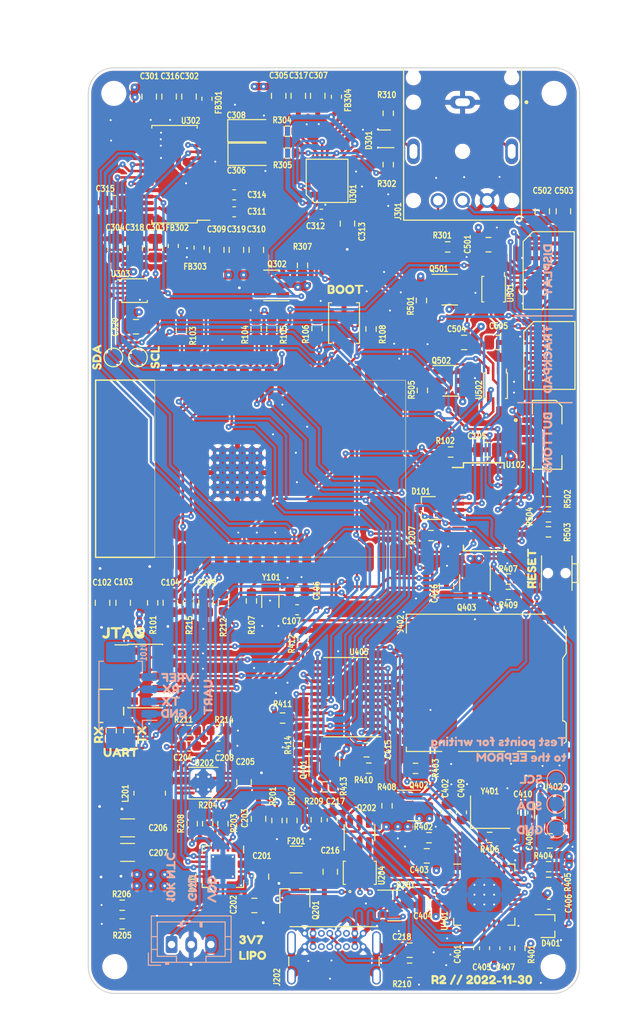
<source format=kicad_pcb>
(kicad_pcb (version 20211014) (generator pcbnew)

  (general
    (thickness 1.566672)
  )

  (paper "A4")
  (layers
    (0 "F.Cu" signal)
    (1 "In1.Cu" signal)
    (2 "In2.Cu" signal)
    (31 "B.Cu" signal)
    (32 "B.Adhes" user "B.Adhesive")
    (33 "F.Adhes" user "F.Adhesive")
    (34 "B.Paste" user)
    (35 "F.Paste" user)
    (36 "B.SilkS" user "B.Silkscreen")
    (37 "F.SilkS" user "F.Silkscreen")
    (38 "B.Mask" user)
    (39 "F.Mask" user)
    (40 "Dwgs.User" user "User.Drawings")
    (41 "Cmts.User" user "User.Comments")
    (42 "Eco1.User" user "User.Eco1")
    (43 "Eco2.User" user "User.Eco2")
    (44 "Edge.Cuts" user)
    (45 "Margin" user)
    (46 "B.CrtYd" user "B.Courtyard")
    (47 "F.CrtYd" user "F.Courtyard")
    (48 "B.Fab" user)
    (49 "F.Fab" user)
    (50 "User.1" user)
    (51 "User.2" user)
    (52 "User.3" user)
    (53 "User.4" user)
    (54 "User.5" user)
    (55 "User.6" user)
    (56 "User.7" user)
    (57 "User.8" user)
    (58 "User.9" user)
  )

  (setup
    (stackup
      (layer "F.SilkS" (type "Top Silk Screen") (color "White"))
      (layer "F.Paste" (type "Top Solder Paste"))
      (layer "F.Mask" (type "Top Solder Mask") (color "Purple") (thickness 0.0254))
      (layer "F.Cu" (type "copper") (thickness 0.04318))
      (layer "dielectric 1" (type "prepreg") (thickness 0.202184) (material "FR408-HR") (epsilon_r 3.69) (loss_tangent 0.0091))
      (layer "In1.Cu" (type "copper") (thickness 0.017272))
      (layer "dielectric 2" (type "core") (thickness 0.9906) (material "FR408-HR") (epsilon_r 3.69) (loss_tangent 0.0091))
      (layer "In2.Cu" (type "copper") (thickness 0.017272))
      (layer "dielectric 3" (type "prepreg") (thickness 0.202184) (material "FR408-HR") (epsilon_r 3.69) (loss_tangent 0.0091))
      (layer "B.Cu" (type "copper") (thickness 0.04318))
      (layer "B.Mask" (type "Bottom Solder Mask") (color "Purple") (thickness 0.0254))
      (layer "B.Paste" (type "Bottom Solder Paste"))
      (layer "B.SilkS" (type "Bottom Silk Screen") (color "White"))
      (copper_finish "ENIG")
      (dielectric_constraints no)
    )
    (pad_to_mask_clearance 0.0508)
    (pcbplotparams
      (layerselection 0x00010fc_ffffffff)
      (disableapertmacros false)
      (usegerberextensions true)
      (usegerberattributes true)
      (usegerberadvancedattributes true)
      (creategerberjobfile true)
      (svguseinch false)
      (svgprecision 6)
      (excludeedgelayer true)
      (plotframeref false)
      (viasonmask false)
      (mode 1)
      (useauxorigin false)
      (hpglpennumber 1)
      (hpglpenspeed 20)
      (hpglpendiameter 15.000000)
      (dxfpolygonmode true)
      (dxfimperialunits true)
      (dxfusepcbnewfont true)
      (psnegative false)
      (psa4output false)
      (plotreference true)
      (plotvalue true)
      (plotinvisibletext false)
      (sketchpadsonfab false)
      (subtractmaskfromsilk false)
      (outputformat 1)
      (mirror false)
      (drillshape 0)
      (scaleselection 1)
      (outputdirectory "gerbers")
    )
  )

  (net 0 "")
  (net 1 "GND")
  (net 2 "Net-(C104-Pad1)")
  (net 3 "Net-(C106-Pad1)")
  (net 4 "Net-(C107-Pad2)")
  (net 5 "BAT")
  (net 6 "Net-(C204-Pad1)")
  (net 7 "SYS_POWER")
  (net 8 "BAT_LEVEL")
  (net 9 "Net-(C315-Pad1)")
  (net 10 "3V3_AUDIO")
  (net 11 "Net-(C306-Pad1)")
  (net 12 "Net-(C306-Pad2)")
  (net 13 "Net-(C308-Pad1)")
  (net 14 "Net-(C308-Pad2)")
  (net 15 "Net-(C311-Pad1)")
  (net 16 "Net-(C311-Pad2)")
  (net 17 "Net-(C312-Pad1)")
  (net 18 "Net-(C314-Pad1)")
  (net 19 "USB_VDD33")
  (net 20 "Net-(C409-Pad1)")
  (net 21 "Net-(C217-Pad1)")
  (net 22 "SD_VDD")
  (net 23 "Net-(C218-Pad1)")
  (net 24 "Net-(D401-Pad1)")
  (net 25 "unconnected-(D401-Pad2)")
  (net 26 "SD_VDD_EN")
  (net 27 "ESP_SCLK")
  (net 28 "ESP_MOSI")
  (net 29 "ESP_MISO")
  (net 30 "DISPLAY_CS")
  (net 31 "NTC")
  (net 32 "~{3.5mm_DETECT}")
  (net 33 "Net-(J301-Pad6)")
  (net 34 "SD_DAT3")
  (net 35 "SD_CMD")
  (net 36 "SD_CLK")
  (net 37 "SD_DAT0")
  (net 38 "SD_DAT1")
  (net 39 "SD_DAT2")
  (net 40 "Net-(C407-Pad1)")
  (net 41 "Net-(L201-Pad1)")
  (net 42 "DISPLAY_EN")
  (net 43 "3V3_AUDIO_EN")
  (net 44 "Net-(C410-Pad2)")
  (net 45 "Net-(R102-Pad2)")
  (net 46 "ESP_SCL")
  (net 47 "ESP_SDA")
  (net 48 "DISPLAY_VDD")
  (net 49 "Net-(R201-Pad2)")
  (net 50 "TOUCH_VDD")
  (net 51 "Net-(R204-Pad2)")
  (net 52 "PROG1")
  (net 53 "PROG3")
  (net 54 "~{CHG_PWR_OK}")
  (net 55 "Net-(R208-Pad2)")
  (net 56 "Net-(D101-Pad1)")
  (net 57 "unconnected-(D101-Pad2)")
  (net 58 "USB_DP")
  (net 59 "Net-(R402-Pad2)")
  (net 60 "USB_DN")
  (net 61 "/Power/VBUS_RAW")
  (net 62 "SD_MUX_SW")
  (net 63 "DAC_SCK")
  (net 64 "DAC_BCK")
  (net 65 "DAC_LRCK")
  (net 66 "JTAG_TMS")
  (net 67 "JTAG_TDI")
  (net 68 "JTAG_TCK")
  (net 69 "unconnected-(U101-Pad17)")
  (net 70 "unconnected-(U101-Pad18)")
  (net 71 "unconnected-(U101-Pad19)")
  (net 72 "unconnected-(U101-Pad20)")
  (net 73 "unconnected-(U101-Pad21)")
  (net 74 "unconnected-(U101-Pad22)")
  (net 75 "JTAG_TDO")
  (net 76 "DAC_DIN")
  (net 77 "unconnected-(U101-Pad32)")
  (net 78 "UART_RXD")
  (net 79 "UART_TXD")
  (net 80 "Net-(J503-Pad2)")
  (net 81 "Net-(FB301-Pad2)")
  (net 82 "Net-(FB302-Pad2)")
  (net 83 "Net-(FB303-Pad2)")
  (net 84 "unconnected-(U401-Pad7)")
  (net 85 "unconnected-(U401-Pad8)")
  (net 86 "Net-(FB304-Pad1)")
  (net 87 "USB_SD_DAT1")
  (net 88 "USB_SD_DAT0")
  (net 89 "Net-(J202-PadA5)")
  (net 90 "unconnected-(J202-PadA8)")
  (net 91 "USB_SD_CLK")
  (net 92 "Net-(J202-PadB5)")
  (net 93 "USB_SD_CMD")
  (net 94 "unconnected-(J202-PadB8)")
  (net 95 "Net-(J401-Pad2)")
  (net 96 "Net-(J401-Pad3)")
  (net 97 "SD_CD")
  (net 98 "Net-(Q201-Pad1)")
  (net 99 "/Power/VBUS_SWITCHED")
  (net 100 "USB_SD_DAT3")
  (net 101 "Net-(Q202-Pad1)")
  (net 102 "USB_SD_DAT2")
  (net 103 "Net-(Q202-Pad3)")
  (net 104 "unconnected-(U405-Pad3)")
  (net 105 "unconnected-(U103-Pad10)")
  (net 106 "Net-(C312-Pad2)")
  (net 107 "Net-(C313-Pad2)")
  (net 108 "Net-(R305-Pad1)")
  (net 109 "Net-(Q202-Pad4)")
  (net 110 "unconnected-(U301-Pad15)")
  (net 111 "Net-(Q401-Pad3)")
  (net 112 "~{USB_STORAGE_EN}")
  (net 113 "unconnected-(U101-Pad27)")
  (net 114 "unconnected-(U101-Pad28)")
  (net 115 "ESP_SD_CS")
  (net 116 "~{SD_VDD_EN_INV}")
  (net 117 "Net-(Q501-Pad3)")
  (net 118 "TOUCH_EN")
  (net 119 "Net-(Q502-Pad3)")
  (net 120 "Net-(R109-Pad1)")
  (net 121 "Net-(R110-Pad1)")
  (net 122 "Net-(R203-Pad2)")
  (net 123 "Net-(R412-Pad1)")
  (net 124 "KEY_LOCK")
  (net 125 "KEY_VOL_UP")
  (net 126 "KEY_VOL_DOWN")
  (net 127 "CHG_STAT1")
  (net 128 "CHG_STAT2")
  (net 129 "unconnected-(U101-Pad10)")
  (net 130 "~{3V3_MODE}")
  (net 131 "~{TOUCH_INT}")
  (net 132 "DISPLAY_DR")
  (net 133 "DISPLAY_LED")
  (net 134 "unconnected-(U204-Pad8)")
  (net 135 "unconnected-(U204-Pad9)")
  (net 136 "DAC_SDA")
  (net 137 "DAC_SCL")
  (net 138 "unconnected-(U401-Pad1)")
  (net 139 "unconnected-(U401-Pad10)")
  (net 140 "unconnected-(U401-Pad12)")
  (net 141 "unconnected-(U401-Pad15)")
  (net 142 "unconnected-(U401-Pad16)")
  (net 143 "unconnected-(U401-Pad17)")
  (net 144 "unconnected-(U401-Pad19)")
  (net 145 "unconnected-(U401-Pad20)")
  (net 146 "unconnected-(U401-Pad24)")
  (net 147 "unconnected-(U401-Pad29)")
  (net 148 "Net-(J501-Pad9)")
  (net 149 "Net-(J501-Pad8)")
  (net 150 "Net-(J502-Pad4)")
  (net 151 "Net-(J502-Pad3)")
  (net 152 "Net-(D301-Pad1)")
  (net 153 "Net-(D301-Pad2)")
  (net 154 "Net-(R302-Pad1)")
  (net 155 "/Power/VBUS_FUSED")
  (net 156 "Net-(R410-Pad1)")
  (net 157 "Net-(R411-Pad2)")
  (net 158 "Net-(C401-Pad1)")
  (net 159 "unconnected-(J501-Pad1)")
  (net 160 "unconnected-(J501-Pad6)")
  (net 161 "unconnected-(J501-Pad14)")
  (net 162 "unconnected-(J502-Pad5)")
  (net 163 "unconnected-(J502-Pad6)")
  (net 164 "unconnected-(J502-Pad7)")
  (net 165 "unconnected-(J502-Pad8)")
  (net 166 "unconnected-(J502-Pad10)")
  (net 167 "unconnected-(J502-Pad11)")
  (net 168 "unconnected-(J502-Pad12)")
  (net 169 "Net-(J503-Pad1)")
  (net 170 "Net-(C402-Pad1)")
  (net 171 "Net-(Q302-Pad3)")
  (net 172 "+3V3")
  (net 173 "unconnected-(U102-Pad14)")
  (net 174 "Net-(J503-Pad3)")

  (footprint "Resistor_SMD:R_0603_1608Metric" (layer "F.Cu") (at 134.3 134.2 90))

  (footprint "Package_SO:MSOP-10-1EP_3x3mm_P0.5mm_EP1.68x1.88mm_ThermalVias" (layer "F.Cu") (at 126.8 130.4 180))

  (footprint "Resistor_SMD:R_0603_1608Metric" (layer "F.Cu") (at 131.7 111.85 -90))

  (footprint "Capacitor_SMD:C_0603_1608Metric" (layer "F.Cu") (at 159.325 133.4 90))

  (footprint "Resistor_SMD:R_0603_1608Metric" (layer "F.Cu") (at 119.225 125.05 -90))

  (footprint "footprints:molex-zif-12p" (layer "F.Cu") (at 162.025 87.375 -90))

  (footprint "Capacitor_SMD:C_0603_1608Metric" (layer "F.Cu") (at 125.35 126.625 180))

  (footprint "Resistor_SMD:R_0603_1608Metric" (layer "F.Cu") (at 125.35 125.05))

  (footprint "MountingHole:MountingHole_2.2mm_M2" (layer "F.Cu") (at 117.8 149.075))

  (footprint "Capacitor_SMD:C_0805_2012Metric" (layer "F.Cu") (at 139.725 139.425 90))

  (footprint "Capacitor_SMD:C_1206_3216Metric" (layer "F.Cu") (at 119.1 137.45 180))

  (footprint "Capacitor_SMD:C_0805_2012Metric" (layer "F.Cu") (at 123.325 60.525 -90))

  (footprint "Package_DFN_QFN:QFN-20-1EP_4x4mm_P0.5mm_EP2.5x2.5mm_ThermalVias" (layer "F.Cu") (at 128.8 138.9 -90))

  (footprint "Capacitor_SMD:C_0805_2012Metric" (layer "F.Cu") (at 132.725 139.925 -90))

  (footprint "Capacitor_SMD:C_0805_2012Metric" (layer "F.Cu") (at 130.175 76.125 90))

  (footprint "footprints:CUI_SJ-3566AN" (layer "F.Cu") (at 153.1875 66.1 -90))

  (footprint "Capacitor_SMD:C_0805_2012Metric" (layer "F.Cu") (at 153.35 85.55 180))

  (footprint "Capacitor_SMD:C_0805_2012Metric" (layer "F.Cu") (at 119.875 75.95 90))

  (footprint "Capacitor_SMD:C_0805_2012Metric" (layer "F.Cu") (at 156.85 85.55))

  (footprint "Resistor_SMD:R_0603_1608Metric" (layer "F.Cu") (at 128.8 134.525 -90))

  (footprint "Resistor_SMD:R_0603_1608Metric" (layer "F.Cu") (at 136.95 115.675 90))

  (footprint "Package_TO_SOT_SMD:TSOT-23-6" (layer "F.Cu") (at 151.975 89.45))

  (footprint "Capacitor_SMD:C_0805_2012Metric" (layer "F.Cu") (at 132 142.85))

  (footprint "Capacitor_SMD:C_0805_2012Metric" (layer "F.Cu") (at 151.55 110.35 90))

  (footprint "Resistor_SMD:R_0603_1608Metric" (layer "F.Cu") (at 145.5 132.7 90))

  (footprint "Resistor_SMD:R_0603_1608Metric" (layer "F.Cu") (at 149.975 105.2 180))

  (footprint "Resistor_SMD:R_0603_1608Metric" (layer "F.Cu") (at 136.5 126.475 -90))

  (footprint "Resistor_SMD:R_0603_1608Metric" (layer "F.Cu") (at 148.4 128.9 180))

  (footprint "Capacitor_SMD:C_0603_1608Metric" (layer "F.Cu") (at 139.925 134.15 90))

  (footprint "Capacitor_SMD:C_0603_1608Metric" (layer "F.Cu") (at 129.95 70.525))

  (footprint "Capacitor_SMD:C_0805_2012Metric" (layer "F.Cu") (at 149.55 137.8 180))

  (footprint "Package_TO_SOT_SMD:SOT-23" (layer "F.Cu") (at 146.225 142.85))

  (footprint "Package_SO:TSSOP-24_4.4x7.8mm_P0.65mm" (layer "F.Cu") (at 141.275 121.65 180))

  (footprint "Button_Switch_SMD:SW_Push_SPST_NO_Alps_SKRK" (layer "F.Cu") (at 141.125 83.575 90))

  (footprint "Capacitor_SMD:C_0805_2012Metric" (layer "F.Cu") (at 134.475 60.45 -90))

  (footprint "Package_SO:VSSOP-8_2.4x2.1mm_P0.5mm" (layer "F.Cu") (at 156.35 80.125 -90))

  (footprint "Button_Switch_SMD:SW_SPST_EVQP7C" (layer "F.Cu") (at 162.775 109.025 90))

  (footprint "Crystal:Crystal_SMD_3225-4Pin_3.2x2.5mm" (layer "F.Cu") (at 156 133.35))

  (footprint "Capacitor_SMD:C_0805_2012Metric" (layer "F.Cu") (at 118.65 112.05 -90))

  (footprint "Capacitor_SMD:C_0805_2012Metric" (layer "F.Cu") (at 155.725 96.475 180))

  (footprint "Capacitor_SMD:C_0603_1608Metric" (layer "F.Cu") (at 129.95 72.25))

  (footprint "Resistor_SMD:R_0603_1608Metric" (layer "F.Cu") (at 121.65 112.05 -90))

  (footprint "Resistor_SMD:R_0603_1608Metric" (layer "F.Cu") (at 161.95 140.5))

  (footprint "Resistor_SMD:R_0603_1608Metric" (layer "F.Cu") (at 128.85 112.05 90))

  (footprint "Capacitor_SMD:C_0805_2012Metric" (layer "F.Cu") (at 117.65 71.325 180))

  (footprint "Resistor_SMD:R_0603_1608Metric" (layer "F.Cu") (at 125.3 112.05 -90))

  (footprint "kibuzzard-6351F48B" (layer "F.Cu") (at 121.9 87.05 90))

  (footprint "Package_SO:SSOP-24_3.9x8.7mm_P0.635mm" (layer "F.Cu") (at 155.35 102.275))

  (footprint "Capacitor_SMD:C_0805_2012Metric" (layer "F.Cu") (at 155.825 75.6))

  (footprint "Inductor_SMD:L_0603_1608Metric" (layer "F.Cu") (at 127.175 60.75 -90))

  (footprint "Resistor_SMD:R_0603_1608Metric" (layer "F.Cu") (at 139.2 130.775 180))

  (footprint "Package_TO_SOT_SMD:TSOT-23-6" (layer "F.Cu")
    (tedit 5F6F97DB) (tstamp 57aebe30-a79e-4488-9efe-e81c6ac0c4cb)
    (at 154.45 110 -90)
    (descr "TSOT, 6 Pin (https://www.jedec.org/sites/default/files/docs/MO-193D.pdf variant AA), generated with kicad-footprint-generator ipc_gullwing_generator.py")
    (tags "TSOT TO_SOT_SMD")
    (property "PN" "DMC2053UVT")
    (property "Sheetfile" "storage.kicad_sch")
    (property "Sheetname" "Storage")
    (path "/a46377c2-b5e0-47a0-ab83-f2feb3bc1f6a/3c52cf10-0c64-4db9-8e5a-18d93c318c5e")
    (attr smd)
    (fp_text reference "Q403" (at 2.525 0.85) (layer "F.SilkS")
      (effects (font (size 0.6 0.5) (thickness 0.125)))
      (tstamp cf9e2603-393f-4db9-a708-0f5476197008)
    )
    (fp_text value "DMC2053UVT" (at 0 2.4 -90) (layer "F.Fab")
      (effects (font (size 1 1) (thickness 0.15)))
      (tstamp cc1de986-6a8a-461d-8e2b-70627656f45d)
    )
    (fp_text user "${REFERENCE}" (at 0 0 -90 unlocked) (layer "F.Fab")
      (effects (font (size 1 1) (thickness 0.15)))
      (tstamp b88329ac-beb1-4a35-b08a-59d2eb456ee7)
    )
    (fp_line (start 0 -1.56) (end -1.8 -1.56) (layer "F.SilkS") (width 0.12) (tstamp 05525e84-5ac4-4ad7-bc14-555b20d2c8ca))
    (fp_line (start 0 1.56) (end -0.8 1.56) (layer "F.SilkS") (width 0.12) (tstamp 9103197d-3c11-4c53-9bf4-5b39b244c92c))
    (fp_line (start 0 1.56) (end 0.8 1.56) (layer "F.SilkS") (width 0.12) (tstamp c5910c95-3aa1-4d0f-a407-148506a09fa8))
    (fp_line (start 0 -1.56) (end 0.8 -1.56) (layer "F.SilkS") (width 0.12) (tstamp f16bdf6f-f9d9-43f1-a047-d253799d5fdd))
    (fp_line (start -2.05 1.7) (end 2.05 1.7) (layer 
... [3990505 chars truncated]
</source>
